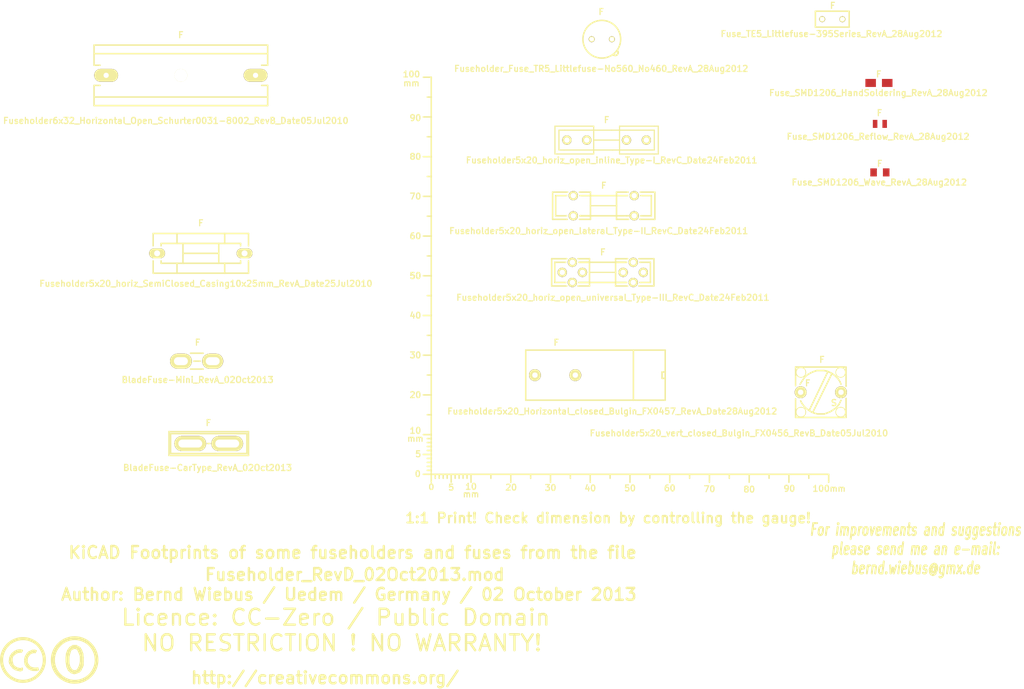
<source format=kicad_pcb>
(kicad_pcb (version 3) (host pcbnew "(2013-03-30 BZR 4007)-stable")

  (general
    (links 0)
    (no_connects 0)
    (area -7.90696 22.0599 281.542603 197.1694)
    (thickness 1.6002)
    (drawings 7)
    (tracks 0)
    (zones 0)
    (modules 17)
    (nets 1)
  )

  (page A4)
  (layers
    (15 Vorderseite signal)
    (0 Rückseite signal)
    (16 B.Adhes user)
    (17 F.Adhes user)
    (18 B.Paste user)
    (19 F.Paste user)
    (20 B.SilkS user)
    (21 F.SilkS user)
    (22 B.Mask user)
    (23 F.Mask user)
    (24 Dwgs.User user)
    (25 Cmts.User user)
    (26 Eco1.User user)
    (27 Eco2.User user)
    (28 Edge.Cuts user)
  )

  (setup
    (last_trace_width 0.2032)
    (trace_clearance 0.254)
    (zone_clearance 0.508)
    (zone_45_only no)
    (trace_min 0.2032)
    (segment_width 0.381)
    (edge_width 0.381)
    (via_size 0.889)
    (via_drill 0.635)
    (via_min_size 0.889)
    (via_min_drill 0.508)
    (uvia_size 0.508)
    (uvia_drill 0.127)
    (uvias_allowed no)
    (uvia_min_size 0.508)
    (uvia_min_drill 0.127)
    (pcb_text_width 0.3048)
    (pcb_text_size 1.524 2.032)
    (mod_edge_width 0.381)
    (mod_text_size 1.524 1.524)
    (mod_text_width 0.3048)
    (pad_size 8 3.8)
    (pad_drill 6)
    (pad_to_mask_clearance 0.254)
    (aux_axis_origin 0 0)
    (visible_elements 7FFFFFFF)
    (pcbplotparams
      (layerselection 3178497)
      (usegerberextensions true)
      (excludeedgelayer true)
      (linewidth 60)
      (plotframeref false)
      (viasonmask false)
      (mode 1)
      (useauxorigin false)
      (hpglpennumber 1)
      (hpglpenspeed 20)
      (hpglpendiameter 15)
      (hpglpenoverlay 0)
      (psnegative false)
      (psa4output false)
      (plotreference true)
      (plotvalue true)
      (plotothertext true)
      (plotinvisibletext false)
      (padsonsilk false)
      (subtractmaskfromsilk false)
      (outputformat 1)
      (mirror false)
      (drillshape 1)
      (scaleselection 1)
      (outputdirectory ""))
  )

  (net 0 "")

  (net_class Default "Dies ist die voreingestellte Netzklasse."
    (clearance 0.254)
    (trace_width 0.2032)
    (via_dia 0.889)
    (via_drill 0.635)
    (uvia_dia 0.508)
    (uvia_drill 0.127)
    (add_net "")
  )

  (module Gauge_100mm_Type2_SilkScreenTop_RevA_Date22Jun2010 (layer Vorderseite) (tedit 4D963937) (tstamp 4D88F07A)
    (at 132.75056 141.2494)
    (descr "Gauge, Massstab, 100mm, SilkScreenTop, Type 2,")
    (tags "Gauge, Massstab, 100mm, SilkScreenTop, Type 2,")
    (path Gauge_100mm_Type2_SilkScreenTop_RevA_Date22Jun2010)
    (fp_text reference MSC (at 4.0005 8.99922) (layer F.SilkS) hide
      (effects (font (size 1.524 1.524) (thickness 0.3048)))
    )
    (fp_text value Gauge_100mm_Type2_SilkScreenTop_RevA_Date22Jun2010 (at 45.9994 8.99922) (layer F.SilkS) hide
      (effects (font (size 1.524 1.524) (thickness 0.3048)))
    )
    (fp_text user mm (at 9.99998 5.00126) (layer F.SilkS)
      (effects (font (size 1.524 1.524) (thickness 0.3048)))
    )
    (fp_text user mm (at -4.0005 -8.99922) (layer F.SilkS)
      (effects (font (size 1.524 1.524) (thickness 0.3048)))
    )
    (fp_text user mm (at -5.00126 -98.5012) (layer F.SilkS)
      (effects (font (size 1.524 1.524) (thickness 0.3048)))
    )
    (fp_text user 10 (at 10.00506 3.0988) (layer F.SilkS)
      (effects (font (size 1.50114 1.50114) (thickness 0.29972)))
    )
    (fp_text user 0 (at 0.00508 3.19786) (layer F.SilkS)
      (effects (font (size 1.39954 1.50114) (thickness 0.29972)))
    )
    (fp_text user 5 (at 5.0038 3.29946) (layer F.SilkS)
      (effects (font (size 1.50114 1.50114) (thickness 0.29972)))
    )
    (fp_text user 20 (at 20.1041 3.29946) (layer F.SilkS)
      (effects (font (size 1.50114 1.50114) (thickness 0.29972)))
    )
    (fp_text user 30 (at 30.00502 3.39852) (layer F.SilkS)
      (effects (font (size 1.50114 1.50114) (thickness 0.29972)))
    )
    (fp_text user 40 (at 40.005 3.50012) (layer F.SilkS)
      (effects (font (size 1.50114 1.50114) (thickness 0.29972)))
    )
    (fp_text user 50 (at 50.00498 3.50012) (layer F.SilkS)
      (effects (font (size 1.50114 1.50114) (thickness 0.29972)))
    )
    (fp_text user 60 (at 60.00496 3.50012) (layer F.SilkS)
      (effects (font (size 1.50114 1.50114) (thickness 0.29972)))
    )
    (fp_text user 70 (at 70.00494 3.70078) (layer F.SilkS)
      (effects (font (size 1.50114 1.50114) (thickness 0.29972)))
    )
    (fp_text user 80 (at 80.00492 3.79984) (layer F.SilkS)
      (effects (font (size 1.50114 1.50114) (thickness 0.29972)))
    )
    (fp_text user 90 (at 90.1065 3.60172) (layer F.SilkS)
      (effects (font (size 1.50114 1.50114) (thickness 0.29972)))
    )
    (fp_text user 100mm (at 100.10648 3.60172) (layer F.SilkS)
      (effects (font (size 1.50114 1.50114) (thickness 0.29972)))
    )
    (fp_line (start 0 -8.99922) (end -1.00076 -8.99922) (layer F.SilkS) (width 0.381))
    (fp_line (start 0 -8.001) (end -1.00076 -8.001) (layer F.SilkS) (width 0.381))
    (fp_line (start 0 -7.00024) (end -1.00076 -7.00024) (layer F.SilkS) (width 0.381))
    (fp_line (start 0 -5.99948) (end -1.00076 -5.99948) (layer F.SilkS) (width 0.381))
    (fp_line (start 0 -4.0005) (end -1.00076 -4.0005) (layer F.SilkS) (width 0.381))
    (fp_line (start 0 -2.99974) (end -1.00076 -2.99974) (layer F.SilkS) (width 0.381))
    (fp_line (start 0 -1.99898) (end -1.00076 -1.99898) (layer F.SilkS) (width 0.381))
    (fp_line (start 0 -1.00076) (end -1.00076 -1.00076) (layer F.SilkS) (width 0.381))
    (fp_line (start 0 0) (end -1.99898 0) (layer F.SilkS) (width 0.381))
    (fp_line (start 0 -5.00126) (end -1.99898 -5.00126) (layer F.SilkS) (width 0.381))
    (fp_line (start 0 -9.99998) (end -1.99898 -9.99998) (layer F.SilkS) (width 0.381))
    (fp_line (start 0 -15.00124) (end -1.00076 -15.00124) (layer F.SilkS) (width 0.381))
    (fp_line (start 0 -19.99996) (end -1.99898 -19.99996) (layer F.SilkS) (width 0.381))
    (fp_line (start 0 -25.00122) (end -1.00076 -25.00122) (layer F.SilkS) (width 0.381))
    (fp_line (start 0 -29.99994) (end -1.99898 -29.99994) (layer F.SilkS) (width 0.381))
    (fp_line (start 0 -35.0012) (end -1.00076 -35.0012) (layer F.SilkS) (width 0.381))
    (fp_line (start 0 -39.99992) (end -1.99898 -39.99992) (layer F.SilkS) (width 0.381))
    (fp_line (start 0 -45.00118) (end -1.00076 -45.00118) (layer F.SilkS) (width 0.381))
    (fp_line (start 0 -49.9999) (end -1.99898 -49.9999) (layer F.SilkS) (width 0.381))
    (fp_line (start 0 -55.00116) (end -1.00076 -55.00116) (layer F.SilkS) (width 0.381))
    (fp_line (start 0 -59.99988) (end -1.99898 -59.99988) (layer F.SilkS) (width 0.381))
    (fp_line (start 0 -65.00114) (end -1.00076 -65.00114) (layer F.SilkS) (width 0.381))
    (fp_line (start 0 -69.99986) (end -1.99898 -69.99986) (layer F.SilkS) (width 0.381))
    (fp_line (start 0 -75.00112) (end -1.00076 -75.00112) (layer F.SilkS) (width 0.381))
    (fp_line (start 0 -79.99984) (end -1.99898 -79.99984) (layer F.SilkS) (width 0.381))
    (fp_line (start 0 -85.0011) (end -1.00076 -85.0011) (layer F.SilkS) (width 0.381))
    (fp_line (start 0 -89.99982) (end -1.99898 -89.99982) (layer F.SilkS) (width 0.381))
    (fp_line (start 0 -95.00108) (end -1.00076 -95.00108) (layer F.SilkS) (width 0.381))
    (fp_line (start 0 0) (end 0 -99.9998) (layer F.SilkS) (width 0.381))
    (fp_line (start 0 -99.9998) (end -1.99898 -99.9998) (layer F.SilkS) (width 0.381))
    (fp_text user 100 (at -4.99872 -100.7491) (layer F.SilkS)
      (effects (font (size 1.50114 1.50114) (thickness 0.29972)))
    )
    (fp_text user 90 (at -4.0005 -89.7509) (layer F.SilkS)
      (effects (font (size 1.50114 1.50114) (thickness 0.29972)))
    )
    (fp_text user 80 (at -4.0005 -79.99984) (layer F.SilkS)
      (effects (font (size 1.50114 1.50114) (thickness 0.29972)))
    )
    (fp_text user 70 (at -4.0005 -69.99986) (layer F.SilkS)
      (effects (font (size 1.50114 1.50114) (thickness 0.29972)))
    )
    (fp_text user 60 (at -4.0005 -59.99988) (layer F.SilkS)
      (effects (font (size 1.50114 1.50114) (thickness 0.29972)))
    )
    (fp_text user 50 (at -4.0005 -49.9999) (layer F.SilkS)
      (effects (font (size 1.50114 1.50114) (thickness 0.34036)))
    )
    (fp_text user 40 (at -4.0005 -39.99992) (layer F.SilkS)
      (effects (font (size 1.50114 1.50114) (thickness 0.29972)))
    )
    (fp_text user 30 (at -4.0005 -29.99994) (layer F.SilkS)
      (effects (font (size 1.50114 1.50114) (thickness 0.29972)))
    )
    (fp_text user 20 (at -4.0005 -19.99996) (layer F.SilkS)
      (effects (font (size 1.50114 1.50114) (thickness 0.29972)))
    )
    (fp_line (start 95.00108 0) (end 95.00108 1.00076) (layer F.SilkS) (width 0.381))
    (fp_line (start 89.99982 0) (end 89.99982 1.99898) (layer F.SilkS) (width 0.381))
    (fp_line (start 85.0011 0) (end 85.0011 1.00076) (layer F.SilkS) (width 0.381))
    (fp_line (start 79.99984 0) (end 79.99984 1.99898) (layer F.SilkS) (width 0.381))
    (fp_line (start 75.00112 0) (end 75.00112 1.00076) (layer F.SilkS) (width 0.381))
    (fp_line (start 69.99986 0) (end 69.99986 1.99898) (layer F.SilkS) (width 0.381))
    (fp_line (start 65.00114 0) (end 65.00114 1.00076) (layer F.SilkS) (width 0.381))
    (fp_line (start 59.99988 0) (end 59.99988 1.99898) (layer F.SilkS) (width 0.381))
    (fp_line (start 55.00116 0) (end 55.00116 1.00076) (layer F.SilkS) (width 0.381))
    (fp_line (start 49.9999 0) (end 49.9999 1.99898) (layer F.SilkS) (width 0.381))
    (fp_line (start 45.00118 0) (end 45.00118 1.00076) (layer F.SilkS) (width 0.381))
    (fp_line (start 39.99992 0) (end 39.99992 1.99898) (layer F.SilkS) (width 0.381))
    (fp_line (start 35.0012 0) (end 35.0012 1.00076) (layer F.SilkS) (width 0.381))
    (fp_line (start 29.99994 0) (end 29.99994 1.99898) (layer F.SilkS) (width 0.381))
    (fp_line (start 25.00122 0) (end 25.00122 1.00076) (layer F.SilkS) (width 0.381))
    (fp_line (start 19.99996 0) (end 19.99996 1.99898) (layer F.SilkS) (width 0.381))
    (fp_line (start 15.00124 0) (end 15.00124 1.00076) (layer F.SilkS) (width 0.381))
    (fp_line (start 9.99998 0) (end 99.9998 0) (layer F.SilkS) (width 0.381))
    (fp_line (start 99.9998 0) (end 99.9998 1.99898) (layer F.SilkS) (width 0.381))
    (fp_text user 5 (at -3.302 -5.10286) (layer F.SilkS)
      (effects (font (size 1.50114 1.50114) (thickness 0.29972)))
    )
    (fp_text user 0 (at -3.4036 -0.10414) (layer F.SilkS)
      (effects (font (size 1.50114 1.50114) (thickness 0.29972)))
    )
    (fp_text user 10 (at -4.0005 -11.00074) (layer F.SilkS)
      (effects (font (size 1.50114 1.50114) (thickness 0.29972)))
    )
    (fp_line (start 8.99922 0) (end 8.99922 1.00076) (layer F.SilkS) (width 0.381))
    (fp_line (start 8.001 0) (end 8.001 1.00076) (layer F.SilkS) (width 0.381))
    (fp_line (start 7.00024 0) (end 7.00024 1.00076) (layer F.SilkS) (width 0.381))
    (fp_line (start 5.99948 0) (end 5.99948 1.00076) (layer F.SilkS) (width 0.381))
    (fp_line (start 4.0005 0) (end 4.0005 1.00076) (layer F.SilkS) (width 0.381))
    (fp_line (start 2.99974 0) (end 2.99974 1.00076) (layer F.SilkS) (width 0.381))
    (fp_line (start 1.99898 0) (end 1.99898 1.00076) (layer F.SilkS) (width 0.381))
    (fp_line (start 1.00076 0) (end 1.00076 1.00076) (layer F.SilkS) (width 0.381))
    (fp_line (start 5.00126 0) (end 5.00126 1.99898) (layer F.SilkS) (width 0.381))
    (fp_line (start 0 0) (end 0 1.99898) (layer F.SilkS) (width 0.381))
    (fp_line (start 0 0) (end 9.99998 0) (layer F.SilkS) (width 0.381))
    (fp_line (start 9.99998 0) (end 9.99998 1.99898) (layer F.SilkS) (width 0.381))
  )

  (module Fuseholder5x20_horiz_open_inline_Type-I_RevC_Date24Feb2011 (layer Vorderseite) (tedit 503CE757) (tstamp 503CE748)
    (at 176.8729 57.07888)
    (descr "Fuseholder, 5x20, open, horizontal, Type-I, Inline,")
    (tags "Fuseholder, 5x20, open, horizontal, Type-I, Inline, Sicherungshalter, offen,")
    (path Fuseholder5x20_horiz_open_inline_Type-I_RevC_Date24Feb2011)
    (fp_text reference F (at 0 -5.08) (layer F.SilkS)
      (effects (font (size 1.524 1.524) (thickness 0.3048)))
    )
    (fp_text value Fuseholder5x20_horiz_open_inline_Type-I_RevC_Date24Feb2011 (at 1.27 5.08) (layer F.SilkS)
      (effects (font (size 1.524 1.524) (thickness 0.3048)))
    )
    (fp_line (start 3.2512 0) (end -3.2512 0) (layer F.SilkS) (width 0.3048))
    (fp_line (start 3.2512 -3.50012) (end 3.2512 3.50012) (layer F.SilkS) (width 0.3048))
    (fp_line (start 11.99896 3.50012) (end 3.2512 3.50012) (layer F.SilkS) (width 0.3048))
    (fp_line (start 11.99896 -3.50012) (end 3.2512 -3.50012) (layer F.SilkS) (width 0.3048))
    (fp_line (start -10.74928 2.49936) (end -11.99896 2.49936) (layer F.SilkS) (width 0.3048))
    (fp_line (start -10.50036 -2.49936) (end -11.99896 -2.49936) (layer F.SilkS) (width 0.3048))
    (fp_line (start 1.50114 2.49936) (end -10.74928 2.49936) (layer F.SilkS) (width 0.3048))
    (fp_line (start 1.24968 -2.49936) (end -10.50036 -2.49936) (layer F.SilkS) (width 0.3048))
    (fp_line (start 11.99896 2.49936) (end 1.50114 2.49936) (layer F.SilkS) (width 0.3048))
    (fp_line (start 11.99896 -2.49936) (end 1.24968 -2.49936) (layer F.SilkS) (width 0.3048))
    (fp_line (start 11.99896 -2.49936) (end 11.99896 2.49936) (layer F.SilkS) (width 0.3048))
    (fp_line (start 12.99972 -3.50012) (end 11.99896 -3.50012) (layer F.SilkS) (width 0.3048))
    (fp_line (start 12.99972 -3.50012) (end 12.99972 3.50012) (layer F.SilkS) (width 0.3048))
    (fp_line (start 12.99972 3.50012) (end 11.99896 3.50012) (layer F.SilkS) (width 0.3048))
    (fp_line (start -11.99896 -2.49936) (end -11.99896 2.49936) (layer F.SilkS) (width 0.3048))
    (fp_line (start -3.2512 -3.50012) (end -12.99972 -3.50012) (layer F.SilkS) (width 0.3048))
    (fp_line (start -12.99972 -3.50012) (end -12.99972 3.50012) (layer F.SilkS) (width 0.3048))
    (fp_line (start -3.2512 3.50012) (end -12.99972 3.50012) (layer F.SilkS) (width 0.3048))
    (fp_line (start -3.2512 -3.50012) (end -3.2512 3.50012) (layer F.SilkS) (width 0.3048))
    (pad 2 thru_hole circle (at 5.00126 0) (size 2.3495 2.3495) (drill 1.34874)
      (layers *.Cu *.Mask F.SilkS)
    )
    (pad 2 thru_hole circle (at 9.99998 0) (size 2.3495 2.3495) (drill 1.34874)
      (layers *.Cu *.Mask F.SilkS)
    )
    (pad 1 thru_hole circle (at -5.00126 0) (size 2.3495 2.3495) (drill 1.34874)
      (layers *.Cu *.Mask F.SilkS)
    )
    (pad 1 thru_hole circle (at -9.99998 0) (size 2.3495 2.3495) (drill 1.34874)
      (layers *.Cu *.Mask F.SilkS)
    )
  )

  (module Fuseholder5x20_horiz_open_lateral_Type-II_RevC_Date24Feb2011 (layer Vorderseite) (tedit 503CE771) (tstamp 503CE763)
    (at 176.15154 73.6092)
    (descr "Fuseholder, 5x20, open, horizontal, Type-II, lateral,")
    (tags "Fuseholder, 5x20, open, horizontal, Type-II, lateral, Sicherungshalter, offen,")
    (path Fuseholder5x20_horiz_open_lateral_Type-II_RevC_Date24Feb2011)
    (fp_text reference F (at 0 -5.08) (layer F.SilkS)
      (effects (font (size 1.524 1.524) (thickness 0.3048)))
    )
    (fp_text value Fuseholder5x20_horiz_open_lateral_Type-II_RevC_Date24Feb2011 (at -1.27 6.35) (layer F.SilkS)
      (effects (font (size 1.524 1.524) (thickness 0.3048)))
    )
    (fp_line (start 3.2512 0) (end -3.2512 0) (layer F.SilkS) (width 0.3048))
    (fp_line (start 12.86764 3.429) (end 9.05764 3.429) (layer F.SilkS) (width 0.381))
    (fp_line (start 3.21564 3.429) (end 6.26364 3.429) (layer F.SilkS) (width 0.381))
    (fp_line (start 5.715 2.54) (end 8.382 2.54) (layer F.SilkS) (width 0.381))
    (fp_line (start 11.97864 2.54) (end 9.31164 2.54) (layer F.SilkS) (width 0.381))
    (fp_line (start 3.21564 -2.54) (end 6.00964 -2.54) (layer F.SilkS) (width 0.381))
    (fp_line (start 11.9761 -2.54) (end 9.3091 -2.54) (layer F.SilkS) (width 0.381))
    (fp_line (start 12.86764 -3.429) (end 9.18464 -3.429) (layer F.SilkS) (width 0.381))
    (fp_line (start 3.21564 -3.429) (end 6.13664 -3.429) (layer F.SilkS) (width 0.381))
    (fp_line (start -12.86764 3.429) (end -9.18464 3.429) (layer F.SilkS) (width 0.381))
    (fp_line (start -3.34264 3.429) (end -6.13664 3.429) (layer F.SilkS) (width 0.381))
    (fp_line (start -5.88264 2.54) (end -6.00964 2.54) (layer F.SilkS) (width 0.381))
    (fp_line (start -5.88264 2.54) (end -3.34264 2.54) (layer F.SilkS) (width 0.381))
    (fp_line (start -12.10564 2.54) (end -9.31164 2.54) (layer F.SilkS) (width 0.381))
    (fp_line (start -12.86764 -3.429) (end -9.05764 -3.429) (layer F.SilkS) (width 0.381))
    (fp_line (start -3.34264 -3.429) (end -6.13664 -3.429) (layer F.SilkS) (width 0.381))
    (fp_line (start -3.34264 -2.54) (end -6.00964 -2.54) (layer F.SilkS) (width 0.381))
    (fp_line (start -12.10564 -2.54) (end -9.31164 -2.54) (layer F.SilkS) (width 0.381))
    (fp_line (start 12.86764 -3.429) (end 12.86764 3.429) (layer F.SilkS) (width 0.381))
    (fp_line (start 3.21564 3.429) (end 3.21564 2.54) (layer F.SilkS) (width 0.381))
    (fp_line (start 3.21564 -3.429) (end 3.21564 -2.54) (layer F.SilkS) (width 0.381))
    (fp_line (start -12.86764 -3.429) (end -12.86764 3.429) (layer F.SilkS) (width 0.381))
    (fp_line (start -3.34264 3.429) (end -3.34264 2.54) (layer F.SilkS) (width 0.381))
    (fp_line (start -3.34264 -3.429) (end -3.34264 -2.413) (layer F.SilkS) (width 0.381))
    (fp_line (start 5.715 2.54) (end -5.969 2.54) (layer F.SilkS) (width 0.381))
    (fp_line (start -5.842 -2.54) (end 5.715 -2.54) (layer F.SilkS) (width 0.381))
    (fp_line (start -3.34264 0) (end -3.34264 -2.54) (layer F.SilkS) (width 0.381))
    (fp_line (start -12.1031 -2.54) (end -12.1031 2.54) (layer F.SilkS) (width 0.381))
    (fp_line (start -3.34264 2.54) (end -3.34264 0) (layer F.SilkS) (width 0.381))
    (fp_line (start 3.21564 0) (end 3.21564 -2.54) (layer F.SilkS) (width 0.381))
    (fp_line (start 11.9761 -2.54) (end 11.9761 2.54) (layer F.SilkS) (width 0.381))
    (fp_line (start 3.21564 2.54) (end 3.21564 0) (layer F.SilkS) (width 0.381))
    (pad 2 thru_hole circle (at 7.66064 -2.54) (size 2.3495 2.3495) (drill 1.34874)
      (layers *.Cu *.Mask F.SilkS)
    )
    (pad 2 thru_hole circle (at 7.66064 2.54) (size 2.3495 2.3495) (drill 1.34874)
      (layers *.Cu *.Mask F.SilkS)
    )
    (pad 1 thru_hole circle (at -7.66064 -2.54) (size 2.3495 2.3495) (drill 1.34874)
      (layers *.Cu *.Mask F.SilkS)
    )
    (pad 1 thru_hole circle (at -7.66064 2.54) (size 2.3495 2.3495) (drill 1.34874)
      (layers *.Cu *.Mask F.SilkS)
    )
  )

  (module Fuseholder5x20_horiz_open_universal_Type-III_RevC_Date24Feb2011 (layer Vorderseite) (tedit 503CE788) (tstamp 503CE77B)
    (at 175.91278 90.38844)
    (descr "Fuseholder, 5x20, open, horizontal, Type-III, universal, inline, lateral,")
    (tags "Fuseholder, 5x20, open, horizontal, Type-III, universal, inline, lateral, Sicherungshalter, offen,")
    (path Fuseholder5x20_horiz_open_universal_Type-III_RevC_Date24Feb2011)
    (fp_text reference F (at 0 -5.08) (layer F.SilkS)
      (effects (font (size 1.524 1.524) (thickness 0.3048)))
    )
    (fp_text value Fuseholder5x20_horiz_open_universal_Type-III_RevC_Date24Feb2011 (at 2.54 6.35) (layer F.SilkS)
      (effects (font (size 1.524 1.524) (thickness 0.3048)))
    )
    (fp_line (start -3.2512 0) (end 3.2512 0) (layer F.SilkS) (width 0.3048))
    (fp_line (start -3.3401 3.429) (end -6.2611 3.429) (layer F.SilkS) (width 0.381))
    (fp_line (start -12.8651 3.429) (end -9.0551 3.429) (layer F.SilkS) (width 0.381))
    (fp_line (start -12.1031 2.54) (end -9.3091 2.54) (layer F.SilkS) (width 0.381))
    (fp_line (start -3.3401 2.54) (end -6.0071 2.54) (layer F.SilkS) (width 0.381))
    (fp_line (start -12.8651 -3.429) (end -9.0551 -3.429) (layer F.SilkS) (width 0.381))
    (fp_line (start -12.1031 -2.54) (end -9.3091 -2.54) (layer F.SilkS) (width 0.381))
    (fp_line (start -3.3401 -3.429) (end -6.2611 -3.429) (layer F.SilkS) (width 0.381))
    (fp_line (start -3.3401 -2.54) (end -6.0071 -2.54) (layer F.SilkS) (width 0.381))
    (fp_line (start 3.21564 -3.429) (end 6.26364 -3.429) (layer F.SilkS) (width 0.381))
    (fp_line (start 3.21564 -2.54) (end 6.00964 -2.54) (layer F.SilkS) (width 0.381))
    (fp_line (start 3.21564 2.54) (end 6.00964 2.54) (layer F.SilkS) (width 0.381))
    (fp_line (start 3.21564 3.429) (end 6.26364 3.429) (layer F.SilkS) (width 0.381))
    (fp_line (start 12.86764 3.429) (end 9.05764 3.429) (layer F.SilkS) (width 0.381))
    (fp_line (start 11.97864 2.54) (end 9.31164 2.54) (layer F.SilkS) (width 0.381))
    (fp_line (start 12.86764 -3.429) (end 9.05764 -3.429) (layer F.SilkS) (width 0.381))
    (fp_line (start 11.97864 -2.54) (end 9.31164 -2.54) (layer F.SilkS) (width 0.381))
    (fp_line (start 12.86764 -3.429) (end 12.86764 3.429) (layer F.SilkS) (width 0.381))
    (fp_line (start 3.21564 3.429) (end 3.21564 2.54) (layer F.SilkS) (width 0.381))
    (fp_line (start 3.21564 -3.429) (end 3.21564 -2.54) (layer F.SilkS) (width 0.381))
    (fp_line (start -12.86764 -3.429) (end -12.86764 3.429) (layer F.SilkS) (width 0.381))
    (fp_line (start -3.34264 3.429) (end -3.34264 2.54) (layer F.SilkS) (width 0.381))
    (fp_line (start -3.34264 -3.429) (end -3.34264 -2.413) (layer F.SilkS) (width 0.381))
    (fp_line (start 5.715 2.54) (end -5.969 2.54) (layer F.SilkS) (width 0.381))
    (fp_line (start -5.842 -2.54) (end 5.715 -2.54) (layer F.SilkS) (width 0.381))
    (fp_line (start -3.34264 0) (end -3.34264 -2.54) (layer F.SilkS) (width 0.381))
    (fp_line (start -12.10564 -2.54) (end -12.10564 2.54) (layer F.SilkS) (width 0.381))
    (fp_line (start -3.34264 2.54) (end -3.34264 0) (layer F.SilkS) (width 0.381))
    (fp_line (start 3.21564 0) (end 3.21564 -2.54) (layer F.SilkS) (width 0.381))
    (fp_line (start 11.9761 -2.54) (end 11.9761 2.54) (layer F.SilkS) (width 0.381))
    (fp_line (start 3.21564 2.54) (end 3.21564 0) (layer F.SilkS) (width 0.381))
    (pad 2 thru_hole circle (at 5.12064 0) (size 2.3495 2.3495) (drill 1.34874)
      (layers *.Cu *.Mask F.SilkS)
    )
    (pad 2 thru_hole circle (at 10.20064 0) (size 2.3495 2.3495) (drill 1.34874)
      (layers *.Cu *.Mask F.SilkS)
    )
    (pad 1 thru_hole circle (at -5.1181 0) (size 2.3495 2.3495) (drill 1.34874)
      (layers *.Cu *.Mask F.SilkS)
    )
    (pad 1 thru_hole circle (at -10.1981 0) (size 2.3495 2.3495) (drill 1.34874)
      (layers *.Cu *.Mask F.SilkS)
    )
    (pad 2 thru_hole circle (at 7.66064 -2.54) (size 2.3495 2.3495) (drill 1.34874)
      (layers *.Cu *.Mask F.SilkS)
    )
    (pad 2 thru_hole circle (at 7.66064 2.54) (size 2.3495 2.3495) (drill 1.34874)
      (layers *.Cu *.Mask F.SilkS)
    )
    (pad 1 thru_hole circle (at -7.6581 -2.54) (size 2.3495 2.3495) (drill 1.34874)
      (layers *.Cu *.Mask F.SilkS)
    )
    (pad 1 thru_hole circle (at -7.6581 2.54) (size 2.3495 2.3495) (drill 1.34874)
      (layers *.Cu *.Mask F.SilkS)
    )
  )

  (module Fuseholder5x20_Horizontal_closed_Bulgin_FX0457_RevA_Date28Aug2012 (layer Vorderseite) (tedit 503CE7DA) (tstamp 503CE791)
    (at 163.91382 116.27104)
    (descr "Fuseholder, 5x20, closed, horizontal, Bulgin, FX0457, Sicherungshalter,")
    (tags "Fuseholder, 5x20, closed, horizontal, Bulgin, FX0457, Sicherungshalter,")
    (path Fuseholder5x20_Horizontal_closed_Bulgin_FX0457_RevA_Date28Aug2012)
    (fp_text reference F (at 0.2794 -8.2042) (layer F.SilkS)
      (effects (font (size 1.524 1.524) (thickness 0.3048)))
    )
    (fp_text value Fuseholder5x20_Horizontal_closed_Bulgin_FX0457_RevA_Date28Aug2012 (at 14.37894 9.11098) (layer F.SilkS)
      (effects (font (size 1.524 1.524) (thickness 0.3048)))
    )
    (fp_line (start 27.70124 -0.8001) (end 26.90114 -0.8001) (layer F.SilkS) (width 0.381))
    (fp_line (start 26.90114 -0.8001) (end 26.90114 0.8001) (layer F.SilkS) (width 0.381))
    (fp_line (start 26.90114 0.8001) (end 27.70124 0.8001) (layer F.SilkS) (width 0.381))
    (fp_line (start 19.70024 6.2992) (end 19.70024 -6.2992) (layer F.SilkS) (width 0.381))
    (fp_line (start 27.70124 -6.2992) (end -7.39902 -6.2992) (layer F.SilkS) (width 0.381))
    (fp_line (start 27.70124 6.2992) (end 27.70124 -6.2992) (layer F.SilkS) (width 0.381))
    (fp_line (start -7.39902 6.2992) (end 27.70124 6.2992) (layer F.SilkS) (width 0.381))
    (fp_line (start -7.39902 6.2992) (end -7.39902 -6.2992) (layer F.SilkS) (width 0.381))
    (pad 2 thru_hole circle (at 5.08 0) (size 2.99974 2.99974) (drill 1.34874)
      (layers *.Cu *.Mask F.SilkS)
    )
    (pad 1 thru_hole circle (at -5.08 0) (size 2.99974 2.99974) (drill 1.34874)
      (layers *.Cu *.Mask F.SilkS)
    )
  )

  (module Fuseholder5x20_vert_closed_Bulgin_FX0456_RevB_Date05Jul2010 (layer Vorderseite) (tedit 503CE7E6) (tstamp 503CE7B6)
    (at 230.77424 120.58142)
    (descr "Fuseholder, 5x20, closed, vertical, Bulgin, FX0456")
    (tags "Fuseholder, 5x20, closed, vertical, Bulgin, FX0456, Sicherungshalter,")
    (path Fuseholder5x20_vert_closed_Bulgin_FX0456_RevB_Date05Jul2010)
    (fp_text reference F (at 0.2794 -8.2042) (layer F.SilkS)
      (effects (font (size 1.524 1.524) (thickness 0.3048)))
    )
    (fp_text value Fuseholder5x20_vert_closed_Bulgin_FX0456_RevB_Date05Jul2010 (at -20.60956 10.30986) (layer F.SilkS)
      (effects (font (size 1.524 1.524) (thickness 0.3048)))
    )
    (fp_text user S (at 3.302 2.667) (layer F.SilkS)
      (effects (font (size 1.524 1.524) (thickness 0.3048)))
    )
    (fp_text user F (at -3.302 -2.286) (layer F.SilkS)
      (effects (font (size 1.524 1.524) (thickness 0.3048)))
    )
    (fp_line (start 2.794 -4.699) (end -2.032 5.08) (layer F.SilkS) (width 0.381))
    (fp_line (start 1.778 -5.207) (end -2.921 4.572) (layer F.SilkS) (width 0.381))
    (fp_line (start 5.08 -2.032) (end 4.826 -2.667) (layer F.SilkS) (width 0.381))
    (fp_line (start 4.826 -2.667) (end 4.318 -3.429) (layer F.SilkS) (width 0.381))
    (fp_line (start 4.318 -3.429) (end 3.556 -4.191) (layer F.SilkS) (width 0.381))
    (fp_line (start 3.556 -4.191) (end 2.667 -4.826) (layer F.SilkS) (width 0.381))
    (fp_line (start 2.667 -4.826) (end 1.524 -5.334) (layer F.SilkS) (width 0.381))
    (fp_line (start 1.524 -5.334) (end 0.762 -5.461) (layer F.SilkS) (width 0.381))
    (fp_line (start 0.762 -5.461) (end -1.016 -5.461) (layer F.SilkS) (width 0.381))
    (fp_line (start -1.016 -5.461) (end -1.778 -5.207) (layer F.SilkS) (width 0.381))
    (fp_line (start -1.778 -5.207) (end -2.413 -4.953) (layer F.SilkS) (width 0.381))
    (fp_line (start -2.413 -4.953) (end -3.302 -4.445) (layer F.SilkS) (width 0.381))
    (fp_line (start -3.302 -4.445) (end -4.064 -3.81) (layer F.SilkS) (width 0.381))
    (fp_line (start -4.064 -3.81) (end -4.572 -3.048) (layer F.SilkS) (width 0.381))
    (fp_line (start -4.572 -3.048) (end -5.207 -2.032) (layer F.SilkS) (width 0.381))
    (fp_line (start -5.08 2.159) (end -4.826 2.667) (layer F.SilkS) (width 0.381))
    (fp_line (start -4.826 2.667) (end -4.572 3.048) (layer F.SilkS) (width 0.381))
    (fp_line (start -4.572 3.048) (end -4.191 3.556) (layer F.SilkS) (width 0.381))
    (fp_line (start -4.191 3.556) (end -3.683 4.064) (layer F.SilkS) (width 0.381))
    (fp_line (start -3.683 4.064) (end -2.794 4.699) (layer F.SilkS) (width 0.381))
    (fp_line (start -2.794 4.699) (end -2.159 5.08) (layer F.SilkS) (width 0.381))
    (fp_line (start -2.159 5.08) (end -1.397 5.334) (layer F.SilkS) (width 0.381))
    (fp_line (start -1.397 5.334) (end -0.762 5.461) (layer F.SilkS) (width 0.381))
    (fp_line (start -0.762 5.461) (end -0.127 5.461) (layer F.SilkS) (width 0.381))
    (fp_line (start -0.127 5.461) (end 0.381 5.461) (layer F.SilkS) (width 0.381))
    (fp_line (start 0.381 5.461) (end 0.889 5.461) (layer F.SilkS) (width 0.381))
    (fp_line (start 0.889 5.461) (end 1.27 5.334) (layer F.SilkS) (width 0.381))
    (fp_line (start 1.27 5.334) (end 2.286 4.953) (layer F.SilkS) (width 0.381))
    (fp_line (start 2.286 4.953) (end 2.921 4.572) (layer F.SilkS) (width 0.381))
    (fp_line (start 2.921 4.572) (end 3.81 3.937) (layer F.SilkS) (width 0.381))
    (fp_line (start 3.81 3.937) (end 4.572 3.048) (layer F.SilkS) (width 0.381))
    (fp_line (start 4.572 3.048) (end 5.08 2.032) (layer F.SilkS) (width 0.381))
    (fp_line (start -6.35 -6.35) (end -6.35 -1.651) (layer F.SilkS) (width 0.381))
    (fp_line (start -6.35 6.35) (end -6.35 1.651) (layer F.SilkS) (width 0.381))
    (fp_line (start 6.35 6.35) (end 6.35 1.524) (layer F.SilkS) (width 0.381))
    (fp_line (start 6.35 -6.35) (end 6.35 -1.524) (layer F.SilkS) (width 0.381))
    (fp_line (start 6.35 -1.524) (end 6.35 -1.651) (layer F.SilkS) (width 0.381))
    (fp_line (start 6.35 -6.35) (end -6.35 -6.35) (layer F.SilkS) (width 0.381))
    (fp_line (start -6.35 6.35) (end 6.35 6.35) (layer F.SilkS) (width 0.381))
    (fp_circle (center -5.0038 5.0038) (end -4.4958 6.0198) (layer F.SilkS) (width 0.381))
    (fp_circle (center 5.0038 5.0038) (end 5.5626 5.9944) (layer F.SilkS) (width 0.381))
    (fp_circle (center -5.0038 -5.0038) (end -4.5974 -3.937) (layer F.SilkS) (width 0.381))
    (fp_circle (center 5.0038 -5.0038) (end 5.3848 -3.937) (layer F.SilkS) (width 0.381))
    (pad 2 thru_hole circle (at 5.08 0) (size 2.99974 2.99974) (drill 1.34874)
      (layers *.Cu *.Mask F.SilkS)
    )
    (pad 1 thru_hole circle (at -5.08 0) (size 2.99974 2.99974) (drill 1.34874)
      (layers *.Cu *.Mask F.SilkS)
    )
    (pad 3 thru_hole circle (at 5.0038 -5.0038) (size 2.19964 2.19964) (drill 2.19964)
      (layers *.Cu F.SilkS Dwgs.User)
    )
    (pad 3 thru_hole circle (at -5.0038 -5.0038) (size 2.19964 2.19964) (drill 2.19964)
      (layers *.Cu F.SilkS Dwgs.User)
    )
    (pad 3 thru_hole circle (at -5.0038 5.0038) (size 2.19964 2.19964) (drill 2.19964)
      (layers *.Cu F.SilkS Dwgs.User)
    )
    (pad 3 thru_hole circle (at 5.0038 5.0038) (size 2.19964 2.19964) (drill 2.19964)
      (layers *.Cu F.SilkS Dwgs.User)
    )
  )

  (module Fuseholder5x20_horiz_SemiClosed_Casing10x25mm_RevA_Date25Jul2010 (layer Vorderseite) (tedit 503CE808) (tstamp 503CE7FB)
    (at 74.75982 85.60054)
    (descr "Fuseholder, 5x20, Semi closed, horizontal, Casing 10x25mm,")
    (tags "Fuseholder, 5x20, Semi closed, horizontal, Casing 10x25mm, Sicherungshalter, halbgeschlossen,")
    (path Fuseholder5x20_horiz_SemiClosed_Casing10x25mm_RevA_Date25Jul2010)
    (fp_text reference F (at 0 -7.62) (layer F.SilkS)
      (effects (font (size 1.524 1.524) (thickness 0.3048)))
    )
    (fp_text value Fuseholder5x20_horiz_SemiClosed_Casing10x25mm_RevA_Date25Jul2010 (at 1.27 7.62) (layer F.SilkS)
      (effects (font (size 1.524 1.524) (thickness 0.3048)))
    )
    (fp_line (start -5.99948 -2.49936) (end -5.99948 -5.00126) (layer F.SilkS) (width 0.381))
    (fp_line (start -5.99948 5.00126) (end -5.99948 2.49936) (layer F.SilkS) (width 0.381))
    (fp_line (start 5.99948 5.00126) (end 5.99948 2.49936) (layer F.SilkS) (width 0.381))
    (fp_line (start 5.99948 -5.00126) (end 5.99948 -2.49936) (layer F.SilkS) (width 0.381))
    (fp_line (start -4.50088 0) (end 4.50088 0) (layer F.SilkS) (width 0.381))
    (fp_line (start -4.50088 -2.49936) (end -4.50088 2.49936) (layer F.SilkS) (width 0.381))
    (fp_line (start 4.50088 -2.49936) (end 4.50088 2.49936) (layer F.SilkS) (width 0.381))
    (fp_line (start 9.99998 -1.89992) (end 9.99998 -2.49936) (layer F.SilkS) (width 0.381))
    (fp_line (start -9.99998 1.89992) (end -9.99998 2.49936) (layer F.SilkS) (width 0.381))
    (fp_line (start -9.99998 2.49936) (end 9.99998 2.49936) (layer F.SilkS) (width 0.381))
    (fp_line (start 9.99998 2.49936) (end 9.99998 1.89992) (layer F.SilkS) (width 0.381))
    (fp_line (start 9.99998 -2.49936) (end -9.99998 -2.49936) (layer F.SilkS) (width 0.381))
    (fp_line (start -9.99998 -2.49936) (end -9.99998 -1.89992) (layer F.SilkS) (width 0.381))
    (fp_line (start 11.99896 -1.89992) (end 11.99896 -5.00126) (layer F.SilkS) (width 0.381))
    (fp_line (start -11.99896 1.89992) (end -11.99896 5.00126) (layer F.SilkS) (width 0.381))
    (fp_line (start -11.99896 5.00126) (end 11.99896 5.00126) (layer F.SilkS) (width 0.381))
    (fp_line (start 11.99896 5.00126) (end 11.99896 1.89992) (layer F.SilkS) (width 0.381))
    (fp_line (start 11.99896 -5.00126) (end -11.99896 -5.00126) (layer F.SilkS) (width 0.381))
    (fp_line (start -11.99896 -5.00126) (end -11.99896 -1.89992) (layer F.SilkS) (width 0.381))
    (pad 2 thru_hole oval (at 11.00074 0 270) (size 2.49936 4.0005) (drill 1.50114)
      (layers *.Cu *.Mask F.SilkS)
    )
    (pad 1 thru_hole oval (at -11.00074 0 270) (size 2.49936 4.0005) (drill 1.50114)
      (layers *.Cu *.Mask F.SilkS)
    )
  )

  (module Fuseholder6x32_Horiz_Open_Schurter0031-8002_RevB_Date05Jul2010 (layer Vorderseite) (tedit 503CE89A) (tstamp 503CE88F)
    (at 69.73062 40.77208)
    (descr "Fuseholder, horizontal, open, 6x32, Schurter, 0031.8002,")
    (tags "Fuseholder, horizontal, open, 6x32, Schurter, 0031.8002, Sicherungshalter,")
    (path Fuseholder6x32_Horiz_Open_Schurter0031-8002_RevB_Date05Jul2010)
    (fp_text reference F (at 0 -10.16) (layer F.SilkS)
      (effects (font (size 1.524 1.524) (thickness 0.3048)))
    )
    (fp_text value Fuseholder6x32_Horizontal_Open_Schurter0031-8002_RevB_Date05Jul2010 (at -1.27 11.43) (layer F.SilkS)
      (effects (font (size 1.524 1.524) (thickness 0.3048)))
    )
    (fp_line (start -21.844 2.54) (end -21.844 7.62) (layer F.SilkS) (width 0.381))
    (fp_line (start -21.844 -7.62) (end -21.844 -2.54) (layer F.SilkS) (width 0.381))
    (fp_line (start -21.844 -2.54) (end -20.32 -2.54) (layer F.SilkS) (width 0.381))
    (fp_line (start -20.32 2.54) (end -21.844 2.54) (layer F.SilkS) (width 0.381))
    (fp_line (start 21.844 2.54) (end 21.844 7.62) (layer F.SilkS) (width 0.381))
    (fp_line (start 21.844 -7.62) (end 21.844 -2.54) (layer F.SilkS) (width 0.381))
    (fp_line (start 21.844 -2.54) (end 20.32 -2.54) (layer F.SilkS) (width 0.381))
    (fp_line (start 20.32 2.54) (end 21.844 2.54) (layer F.SilkS) (width 0.381))
    (fp_line (start -21.844 -5.461) (end 21.844 -5.461) (layer F.SilkS) (width 0.381))
    (fp_line (start 21.844 5.461) (end -21.844 5.461) (layer F.SilkS) (width 0.381))
    (fp_line (start 21.844 7.62) (end -21.844 7.62) (layer F.SilkS) (width 0.381))
    (fp_line (start -21.844 -7.62) (end 21.844 -7.62) (layer F.SilkS) (width 0.381))
    (pad "" np_thru_hole circle (at 0 0) (size 3.2512 3.2512) (drill 3.2512)
      (layers *.Cu *.Mask F.SilkS)
    )
    (pad 2 thru_hole oval (at 18.796 0 90) (size 3.2512 5.99948) (drill 1.30048)
      (layers *.Cu *.Mask F.SilkS)
    )
    (pad 1 thru_hole oval (at -18.796 0 90) (size 3.2512 5.99948) (drill 1.30048)
      (layers *.Cu *.Mask F.SilkS)
    )
  )

  (module Fuseholder_Fuse_TR5_Littlefuse-No560_No460_RevA_28Aug2012 (layer Vorderseite) (tedit 503CE8C5) (tstamp 503CE8B2)
    (at 175.65878 31.67126)
    (descr "Fuse, Fuseholder, TR5, Littlefuse/Wickmann, No. 460, No560,")
    (tags "Fuse, Fuseholder, TR5, Littlefuse/Wickmann, No. 460, No560,")
    (path Fuseholder_Fuse_TR5_Littlefuse-No560_No460_RevA_28Aug2012)
    (fp_text reference F (at -0.14986 -6.89102) (layer F.SilkS)
      (effects (font (size 1.524 1.524) (thickness 0.3048)))
    )
    (fp_text value Fuseholder_Fuse_TR5_Littlefuse-No560_No460_RevA_28Aug2012 (at -0.14986 7.4295) (layer F.SilkS)
      (effects (font (size 1.524 1.524) (thickness 0.3048)))
    )
    (fp_line (start 3.85064 2.78892) (end 3.97002 2.93116) (layer F.SilkS) (width 0.381))
    (fp_line (start 3.97002 2.93116) (end 4.05892 3.09118) (layer F.SilkS) (width 0.381))
    (fp_line (start 4.05892 3.09118) (end 4.10972 3.3401) (layer F.SilkS) (width 0.381))
    (fp_line (start 4.10972 3.3401) (end 4.07924 3.59918) (layer F.SilkS) (width 0.381))
    (fp_line (start 4.07924 3.59918) (end 3.92938 3.8608) (layer F.SilkS) (width 0.381))
    (fp_line (start 3.92938 3.8608) (end 3.71094 4.03098) (layer F.SilkS) (width 0.381))
    (fp_line (start 3.71094 4.03098) (end 3.41884 4.10972) (layer F.SilkS) (width 0.381))
    (fp_line (start 3.41884 4.10972) (end 3.12928 4.06908) (layer F.SilkS) (width 0.381))
    (fp_line (start 3.12928 4.06908) (end 2.94894 3.99034) (layer F.SilkS) (width 0.381))
    (fp_line (start 2.94894 3.99034) (end 2.8194 3.84048) (layer F.SilkS) (width 0.381))
    (fp_circle (center 0 0.01016) (end 4.7498 0.01016) (layer F.SilkS) (width 0.381))
    (pad 1 thru_hole circle (at -2.54 0) (size 1.50114 1.50114) (drill 1.00076)
      (layers *.Cu *.Mask F.SilkS)
    )
    (pad 2 thru_hole circle (at 2.54 0.01016) (size 1.50114 1.50114) (drill 1.00076)
      (layers *.Cu *.Mask F.SilkS)
    )
  )

  (module Fuse_TE5_Littlefuse-395Series_RevA_28Aug2012 (layer Vorderseite) (tedit 503CE94C) (tstamp 503CE940)
    (at 233.65968 26.62936)
    (descr "Fuse, TE5, Littlefuse/Wickmann, No. 460, No560,")
    (tags "Fuse, TE5, Littlefuse/Wickmann, No. 460, No560,")
    (path Fuseholder_Fuse_TR5_Littlefuse-No560_No460_RevA_28Aug2012)
    (fp_text reference F (at 0.09906 -3.40106) (layer F.SilkS)
      (effects (font (size 1.524 1.524) (thickness 0.3048)))
    )
    (fp_text value Fuse_TE5_Littlefuse-395Series_RevA_28Aug2012 (at -0.20066 3.70078) (layer F.SilkS)
      (effects (font (size 1.524 1.524) (thickness 0.3048)))
    )
    (fp_line (start -4.24942 1.99898) (end 4.24942 1.99898) (layer F.SilkS) (width 0.381))
    (fp_line (start 4.24942 1.99898) (end 4.24942 -1.99898) (layer F.SilkS) (width 0.381))
    (fp_line (start 4.24942 -1.99898) (end -4.24942 -1.99898) (layer F.SilkS) (width 0.381))
    (fp_line (start -4.24942 -1.99898) (end -4.24942 1.99898) (layer F.SilkS) (width 0.381))
    (pad 1 thru_hole circle (at -2.54 0) (size 1.50114 1.50114) (drill 1.00076)
      (layers *.Cu *.Mask F.SilkS)
    )
    (pad 2 thru_hole circle (at 2.54 0.01016) (size 1.50114 1.50114) (drill 1.00076)
      (layers *.Cu *.Mask F.SilkS)
    )
  )

  (module Fuse_SMD1206_HandSoldering_RevA_28Aug2012 (layer Vorderseite) (tedit 503CE96A) (tstamp 503CE95C)
    (at 245.39956 42.68978)
    (descr "Fuse, Sicherung, SMD1206, Littlefuse-Wickmann 433 Series, Hand Soldering,")
    (tags "Fuse, Sicherung, SMD1206,  Littlefuse-Wickmann 433 Series, Hand Soldering,")
    (attr smd)
    (fp_text reference F (at -0.0508 -2.19964) (layer F.SilkS)
      (effects (font (size 1.524 1.524) (thickness 0.3048)))
    )
    (fp_text value Fuse_SMD1206_HandSoldering_RevA_28Aug2012 (at -0.14986 2.49936) (layer F.SilkS)
      (effects (font (size 1.524 1.524) (thickness 0.3048)))
    )
    (pad 1 smd rect (at -2.08534 0 90) (size 2.02946 2.65176)
      (layers Vorderseite F.Paste F.Mask)
    )
    (pad 2 smd rect (at 2.08534 0 90) (size 2.02946 2.65176)
      (layers Vorderseite F.Paste F.Mask)
    )
  )

  (module Fuse_SMD1206_Reflow_RevA_28Aug2012 (layer Vorderseite) (tedit 503CE984) (tstamp 503CE978)
    (at 245.64086 52.99964)
    (descr "Fuse, Sicherung, SMD1206, Littlefuse-Wickmann, Reflow,")
    (tags "Fuse, Sicherung, SMD1206,  Littlefuse-Wickmann, Reflow,")
    (attr smd)
    (fp_text reference F (at -0.09906 -2.75082) (layer F.SilkS)
      (effects (font (size 1.524 1.524) (thickness 0.3048)))
    )
    (fp_text value Fuse_SMD1206_Reflow_RevA_28Aug2012 (at -0.44958 3.2004) (layer F.SilkS)
      (effects (font (size 1.524 1.524) (thickness 0.3048)))
    )
    (pad 1 smd rect (at -1.20396 0 90) (size 2.02946 1.14046)
      (layers Vorderseite F.Paste F.Mask)
    )
    (pad 2 smd rect (at 1.20396 0 90) (size 2.02946 1.14046)
      (layers Vorderseite F.Paste F.Mask)
    )
  )

  (module Fuse_SMD1206_Wave_RevA_28Aug2012 (layer Vorderseite) (tedit 503CE99D) (tstamp 503CE98F)
    (at 245.64086 65.21958)
    (descr "Fuse, Sicherung, SMD1206, Littlefuse-Wickmann 433 Series, Wave,")
    (tags "Fuse, Sicherung, SMD1206,  Littlefuse-Wickmann 433 Series, Wave,")
    (attr smd)
    (fp_text reference F (at -0.0508 -2.19964) (layer F.SilkS)
      (effects (font (size 1.524 1.524) (thickness 0.3048)))
    )
    (fp_text value Fuse_SMD1206_Wave_RevA_28Aug2012 (at -0.14986 2.49936) (layer F.SilkS)
      (effects (font (size 1.524 1.524) (thickness 0.3048)))
    )
    (pad 1 smd rect (at -1.58496 0 90) (size 2.02946 1.651)
      (layers Vorderseite F.Paste F.Mask)
    )
    (pad 2 smd rect (at 1.58496 0 90) (size 2.02946 1.651)
      (layers Vorderseite F.Paste F.Mask)
    )
  )

  (module Symbol_CC-PublicDomain_SilkScreenTop_Big (layer Vorderseite) (tedit 515D641F) (tstamp 515F0B64)
    (at 43 188)
    (descr "Symbol, CC-PublicDomain, SilkScreen Top, Big,")
    (tags "Symbol, CC-PublicDomain, SilkScreen Top, Big,")
    (path Symbol_CC-Noncommercial_CopperTop_Big)
    (fp_text reference Sym (at 0.59944 -7.29996) (layer F.SilkS) hide
      (effects (font (size 1.524 1.524) (thickness 0.3048)))
    )
    (fp_text value Symbol_CC-PublicDomain_SilkScreenTop_Big (at 0.59944 8.001) (layer F.SilkS) hide
      (effects (font (size 1.524 1.524) (thickness 0.3048)))
    )
    (fp_circle (center 0 0) (end 5.8 -0.05) (layer F.SilkS) (width 0.381))
    (fp_circle (center 0 0) (end 5.5 0) (layer F.SilkS) (width 0.381))
    (fp_circle (center 0.05 0) (end 5.25 0) (layer F.SilkS) (width 0.381))
    (fp_line (start 1.1 -2.5) (end 1.4 -1.9) (layer F.SilkS) (width 0.381))
    (fp_line (start -1.8 1.2) (end -1.6 1.9) (layer F.SilkS) (width 0.381))
    (fp_line (start -1.6 1.9) (end -1.2 2.5) (layer F.SilkS) (width 0.381))
    (fp_line (start 0 -3) (end 0.75 -2.75) (layer F.SilkS) (width 0.381))
    (fp_line (start 0.75 -2.75) (end 1 -2.25) (layer F.SilkS) (width 0.381))
    (fp_line (start 1 -2.25) (end 1.5 -1) (layer F.SilkS) (width 0.381))
    (fp_line (start 1.5 -1) (end 1.5 -0.5) (layer F.SilkS) (width 0.381))
    (fp_line (start 1.5 -0.5) (end 1.5 0.5) (layer F.SilkS) (width 0.381))
    (fp_line (start 1.5 0.5) (end 1.25 1.5) (layer F.SilkS) (width 0.381))
    (fp_line (start 1.25 1.5) (end 0.75 2.5) (layer F.SilkS) (width 0.381))
    (fp_line (start 0.75 2.5) (end 0.25 2.75) (layer F.SilkS) (width 0.381))
    (fp_line (start 0.25 2.75) (end -0.25 2.75) (layer F.SilkS) (width 0.381))
    (fp_line (start -0.25 2.75) (end -0.75 2.5) (layer F.SilkS) (width 0.381))
    (fp_line (start -0.75 2.5) (end -1.25 1.75) (layer F.SilkS) (width 0.381))
    (fp_line (start -1.25 1.75) (end -1.5 0.75) (layer F.SilkS) (width 0.381))
    (fp_line (start -1.5 0.75) (end -1.5 -0.75) (layer F.SilkS) (width 0.381))
    (fp_line (start -1.5 -0.75) (end -1.25 -1.75) (layer F.SilkS) (width 0.381))
    (fp_line (start -1.25 -1.75) (end -1 -2.5) (layer F.SilkS) (width 0.381))
    (fp_line (start -1 -2.5) (end -0.3 -2.9) (layer F.SilkS) (width 0.381))
    (fp_line (start -0.3 -2.9) (end 0.2 -3) (layer F.SilkS) (width 0.381))
    (fp_line (start 0.2 -3) (end 0.8 -3) (layer F.SilkS) (width 0.381))
    (fp_line (start 0.8 -3) (end 1.4 -2.3) (layer F.SilkS) (width 0.381))
    (fp_line (start 1.4 -2.3) (end 1.6 -1.4) (layer F.SilkS) (width 0.381))
    (fp_line (start 1.6 -1.4) (end 1.7 -0.3) (layer F.SilkS) (width 0.381))
    (fp_line (start 1.7 -0.3) (end 1.7 0.9) (layer F.SilkS) (width 0.381))
    (fp_line (start 1.7 0.9) (end 1.4 1.8) (layer F.SilkS) (width 0.381))
    (fp_line (start 1.4 1.8) (end 1 2.7) (layer F.SilkS) (width 0.381))
    (fp_line (start 1 2.7) (end 0.5 3) (layer F.SilkS) (width 0.381))
    (fp_line (start 0.5 3) (end -0.4 3) (layer F.SilkS) (width 0.381))
    (fp_line (start -0.4 3) (end -1.3 2.3) (layer F.SilkS) (width 0.381))
    (fp_line (start -1.3 2.3) (end -1.7 1) (layer F.SilkS) (width 0.381))
    (fp_line (start -1.7 1) (end -1.8 -0.7) (layer F.SilkS) (width 0.381))
    (fp_line (start -1.8 -0.7) (end -1.4 -2.2) (layer F.SilkS) (width 0.381))
    (fp_line (start -1.4 -2.2) (end -1 -2.9) (layer F.SilkS) (width 0.381))
    (fp_line (start -1 -2.9) (end -0.2 -3.3) (layer F.SilkS) (width 0.381))
    (fp_line (start -0.2 -3.3) (end 0.7 -3.2) (layer F.SilkS) (width 0.381))
    (fp_line (start 0.7 -3.2) (end 1.3 -3.1) (layer F.SilkS) (width 0.381))
    (fp_line (start 1.3 -3.1) (end 1.7 -2.4) (layer F.SilkS) (width 0.381))
    (fp_line (start 1.7 -2.4) (end 2 -1.6) (layer F.SilkS) (width 0.381))
    (fp_line (start 2 -1.6) (end 2.1 -0.6) (layer F.SilkS) (width 0.381))
    (fp_line (start 2.1 -0.6) (end 2.1 0.3) (layer F.SilkS) (width 0.381))
    (fp_line (start 2.1 0.3) (end 2.1 1.3) (layer F.SilkS) (width 0.381))
    (fp_line (start 2.1 1.3) (end 1.9 1.8) (layer F.SilkS) (width 0.381))
    (fp_line (start 1.9 1.8) (end 1.5 2.6) (layer F.SilkS) (width 0.381))
    (fp_line (start 1.5 2.6) (end 1.1 3) (layer F.SilkS) (width 0.381))
    (fp_line (start 1.1 3) (end 0.4 3.3) (layer F.SilkS) (width 0.381))
    (fp_line (start 0.4 3.3) (end -0.1 3.4) (layer F.SilkS) (width 0.381))
    (fp_line (start -0.1 3.4) (end -0.8 3.2) (layer F.SilkS) (width 0.381))
    (fp_line (start -0.8 3.2) (end -1.5 2.6) (layer F.SilkS) (width 0.381))
    (fp_line (start -1.5 2.6) (end -1.9 1.7) (layer F.SilkS) (width 0.381))
    (fp_line (start -1.9 1.7) (end -2.1 0.4) (layer F.SilkS) (width 0.381))
    (fp_line (start -2.1 0.4) (end -2.1 -0.6) (layer F.SilkS) (width 0.381))
    (fp_line (start -2.1 -0.6) (end -2 -1.6) (layer F.SilkS) (width 0.381))
    (fp_line (start -2 -1.6) (end -1.7 -2.4) (layer F.SilkS) (width 0.381))
    (fp_line (start -1.7 -2.4) (end -1.2 -3.1) (layer F.SilkS) (width 0.381))
    (fp_line (start -1.2 -3.1) (end -0.4 -3.6) (layer F.SilkS) (width 0.381))
    (fp_line (start -0.4 -3.6) (end 0.4 -3.6) (layer F.SilkS) (width 0.381))
    (fp_line (start 0.4 -3.6) (end 1.1 -3.2) (layer F.SilkS) (width 0.381))
    (fp_line (start 1.1 -3.2) (end 1.1 -2.9) (layer F.SilkS) (width 0.381))
    (fp_line (start 1.1 -2.9) (end 1.8 -1.5) (layer F.SilkS) (width 0.381))
    (fp_line (start 1.8 -1.5) (end 1.8 -0.4) (layer F.SilkS) (width 0.381))
    (fp_line (start 1.8 -0.4) (end 1.8 1.1) (layer F.SilkS) (width 0.381))
    (fp_line (start 1.8 1.1) (end 1.2 2.6) (layer F.SilkS) (width 0.381))
    (fp_line (start 1.2 2.6) (end 0.2 3.2) (layer F.SilkS) (width 0.381))
    (fp_line (start 0.2 3.2) (end -0.5 3.2) (layer F.SilkS) (width 0.381))
    (fp_line (start -0.5 3.2) (end -1.1 2.7) (layer F.SilkS) (width 0.381))
    (fp_line (start -1.1 2.7) (end -1.9 0.6) (layer F.SilkS) (width 0.381))
    (fp_line (start -1.9 0.6) (end -1.7 -1.9) (layer F.SilkS) (width 0.381))
  )

  (module Symbol_CreativeCommons_SilkScreenTop_Type2_Big (layer Vorderseite) (tedit 515D640C) (tstamp 515D6AF0)
    (at 30 188)
    (descr "Symbol, Creative Commons, SilkScreen Top, Type 2, Big,")
    (tags "Symbol, Creative Commons, SilkScreen Top, Type 2, Big,")
    (path Symbol_CreativeCommons_CopperTop_Type2_Big)
    (fp_text reference Sym (at 0.59944 -7.29996) (layer F.SilkS) hide
      (effects (font (size 1.524 1.524) (thickness 0.3048)))
    )
    (fp_text value Symbol_CreativeCommons_Typ2_SilkScreenTop_Big (at 0.59944 8.001) (layer F.SilkS) hide
      (effects (font (size 1.524 1.524) (thickness 0.3048)))
    )
    (fp_line (start -0.70104 2.70002) (end -0.29972 2.60096) (layer F.SilkS) (width 0.381))
    (fp_line (start -0.29972 2.60096) (end -0.20066 2.10058) (layer F.SilkS) (width 0.381))
    (fp_line (start -2.49936 -1.69926) (end -2.70002 -1.6002) (layer F.SilkS) (width 0.381))
    (fp_line (start -2.70002 -1.6002) (end -3.0988 -1.00076) (layer F.SilkS) (width 0.381))
    (fp_line (start -3.0988 -1.00076) (end -3.29946 -0.50038) (layer F.SilkS) (width 0.381))
    (fp_line (start -3.29946 -0.50038) (end -3.40106 0.39878) (layer F.SilkS) (width 0.381))
    (fp_line (start -3.40106 0.39878) (end -3.29946 0.89916) (layer F.SilkS) (width 0.381))
    (fp_line (start -0.19812 2.4003) (end -0.29718 2.59842) (layer F.SilkS) (width 0.381))
    (fp_line (start 3.70078 2.10058) (end 3.79984 2.4003) (layer F.SilkS) (width 0.381))
    (fp_line (start 2.99974 -2.4003) (end 3.29946 -2.30124) (layer F.SilkS) (width 0.381))
    (fp_line (start 3.29946 -2.30124) (end 3.0988 -1.99898) (layer F.SilkS) (width 0.381))
    (fp_line (start 0 -5.40004) (end -0.50038 -5.40004) (layer F.SilkS) (width 0.381))
    (fp_line (start -0.50038 -5.40004) (end -1.30048 -5.10032) (layer F.SilkS) (width 0.381))
    (fp_line (start -1.30048 -5.10032) (end -1.99898 -4.89966) (layer F.SilkS) (width 0.381))
    (fp_line (start -1.99898 -4.89966) (end -2.70002 -4.699) (layer F.SilkS) (width 0.381))
    (fp_line (start -2.70002 -4.699) (end -3.29946 -4.20116) (layer F.SilkS) (width 0.381))
    (fp_line (start -3.29946 -4.20116) (end -4.0005 -3.59918) (layer F.SilkS) (width 0.381))
    (fp_line (start -4.0005 -3.59918) (end -4.50088 -2.99974) (layer F.SilkS) (width 0.381))
    (fp_line (start -4.50088 -2.99974) (end -5.00126 -2.10058) (layer F.SilkS) (width 0.381))
    (fp_line (start -5.00126 -2.10058) (end -5.30098 -1.09982) (layer F.SilkS) (width 0.381))
    (fp_line (start -5.30098 -1.09982) (end -5.40004 0.09906) (layer F.SilkS) (width 0.381))
    (fp_line (start -5.40004 0.09906) (end -5.19938 1.30048) (layer F.SilkS) (width 0.381))
    (fp_line (start -5.19938 1.30048) (end -4.8006 2.4003) (layer F.SilkS) (width 0.381))
    (fp_line (start -4.8006 2.4003) (end -3.79984 3.8989) (layer F.SilkS) (width 0.381))
    (fp_line (start -3.79984 3.8989) (end -2.60096 4.8006) (layer F.SilkS) (width 0.381))
    (fp_line (start -2.60096 4.8006) (end -1.30048 5.30098) (layer F.SilkS) (width 0.381))
    (fp_line (start -1.30048 5.30098) (end 0.09906 5.30098) (layer F.SilkS) (width 0.381))
    (fp_line (start 0.09906 5.30098) (end 1.6002 5.19938) (layer F.SilkS) (width 0.381))
    (fp_line (start 1.6002 5.19938) (end 2.60096 4.699) (layer F.SilkS) (width 0.381))
    (fp_line (start 2.60096 4.699) (end 4.20116 3.40106) (layer F.SilkS) (width 0.381))
    (fp_line (start 4.20116 3.40106) (end 5.00126 1.80086) (layer F.SilkS) (width 0.381))
    (fp_line (start 5.00126 1.80086) (end 5.40004 0.29972) (layer F.SilkS) (width 0.381))
    (fp_line (start 5.40004 0.29972) (end 5.19938 -1.39954) (layer F.SilkS) (width 0.381))
    (fp_line (start 5.19938 -1.39954) (end 4.699 -2.49936) (layer F.SilkS) (width 0.381))
    (fp_line (start 4.699 -2.49936) (end 3.40106 -4.09956) (layer F.SilkS) (width 0.381))
    (fp_line (start 3.40106 -4.09956) (end 2.4003 -4.8006) (layer F.SilkS) (width 0.381))
    (fp_line (start 2.4003 -4.8006) (end 1.39954 -5.19938) (layer F.SilkS) (width 0.381))
    (fp_line (start 1.39954 -5.19938) (end 0 -5.30098) (layer F.SilkS) (width 0.381))
    (fp_line (start 0.60198 -0.70104) (end 0.50292 -0.20066) (layer F.SilkS) (width 0.381))
    (fp_line (start 0.50292 -0.20066) (end 0.50292 0.49784) (layer F.SilkS) (width 0.381))
    (fp_line (start 0.50292 0.49784) (end 0.60198 1.09982) (layer F.SilkS) (width 0.381))
    (fp_line (start 0.60198 1.09982) (end 1.00076 1.69926) (layer F.SilkS) (width 0.381))
    (fp_line (start 1.00076 1.69926) (end 1.50114 2.19964) (layer F.SilkS) (width 0.381))
    (fp_line (start 1.50114 2.19964) (end 2.10058 2.49936) (layer F.SilkS) (width 0.381))
    (fp_line (start 2.10058 2.49936) (end 2.60096 2.59842) (layer F.SilkS) (width 0.381))
    (fp_line (start 2.60096 2.59842) (end 3.00228 2.59842) (layer F.SilkS) (width 0.381))
    (fp_line (start 3.00228 2.59842) (end 3.40106 2.59842) (layer F.SilkS) (width 0.381))
    (fp_line (start 3.40106 2.59842) (end 3.80238 2.49936) (layer F.SilkS) (width 0.381))
    (fp_line (start 3.80238 2.49936) (end 3.70078 2.2987) (layer F.SilkS) (width 0.381))
    (fp_line (start 3.70078 2.2987) (end 2.80162 2.4003) (layer F.SilkS) (width 0.381))
    (fp_line (start 2.80162 2.4003) (end 1.80086 2.09804) (layer F.SilkS) (width 0.381))
    (fp_line (start 1.80086 2.09804) (end 1.20142 1.6002) (layer F.SilkS) (width 0.381))
    (fp_line (start 1.20142 1.6002) (end 0.80264 0.6985) (layer F.SilkS) (width 0.381))
    (fp_line (start 0.80264 0.6985) (end 0.70104 -0.29972) (layer F.SilkS) (width 0.381))
    (fp_line (start 0.70104 -0.29972) (end 1.00076 -1.00076) (layer F.SilkS) (width 0.381))
    (fp_line (start 1.00076 -1.00076) (end 1.60274 -1.7018) (layer F.SilkS) (width 0.381))
    (fp_line (start 1.60274 -1.7018) (end 2.30124 -2.10058) (layer F.SilkS) (width 0.381))
    (fp_line (start 2.30124 -2.10058) (end 3.00228 -2.10058) (layer F.SilkS) (width 0.381))
    (fp_line (start 3.00228 -2.10058) (end 3.10134 -1.89992) (layer F.SilkS) (width 0.381))
    (fp_line (start 3.10134 -1.89992) (end 2.5019 -1.89992) (layer F.SilkS) (width 0.381))
    (fp_line (start 2.5019 -1.89992) (end 1.80086 -1.6002) (layer F.SilkS) (width 0.381))
    (fp_line (start 1.80086 -1.6002) (end 1.30048 -1.00076) (layer F.SilkS) (width 0.381))
    (fp_line (start 1.30048 -1.00076) (end 1.00076 -0.40132) (layer F.SilkS) (width 0.381))
    (fp_line (start 1.00076 -0.40132) (end 1.00076 0.09906) (layer F.SilkS) (width 0.381))
    (fp_line (start 1.00076 0.09906) (end 1.00076 0.6985) (layer F.SilkS) (width 0.381))
    (fp_line (start 1.00076 0.6985) (end 1.30048 1.19888) (layer F.SilkS) (width 0.381))
    (fp_line (start 1.30048 1.19888) (end 1.7018 1.69926) (layer F.SilkS) (width 0.381))
    (fp_line (start 1.7018 1.69926) (end 2.30124 1.99898) (layer F.SilkS) (width 0.381))
    (fp_line (start 2.30124 1.99898) (end 2.90068 2.09804) (layer F.SilkS) (width 0.381))
    (fp_line (start 2.90068 2.09804) (end 3.40106 2.09804) (layer F.SilkS) (width 0.381))
    (fp_line (start 3.40106 2.09804) (end 3.70078 1.99898) (layer F.SilkS) (width 0.381))
    (fp_line (start 3.00228 -2.4003) (end 2.40284 -2.4003) (layer F.SilkS) (width 0.381))
    (fp_line (start 2.40284 -2.4003) (end 2.00152 -2.20218) (layer F.SilkS) (width 0.381))
    (fp_line (start 2.00152 -2.20218) (end 1.50114 -2.00152) (layer F.SilkS) (width 0.381))
    (fp_line (start 1.50114 -2.00152) (end 1.10236 -1.6002) (layer F.SilkS) (width 0.381))
    (fp_line (start 1.10236 -1.6002) (end 0.80264 -1.09982) (layer F.SilkS) (width 0.381))
    (fp_line (start 0.80264 -1.09982) (end 0.60198 -0.70104) (layer F.SilkS) (width 0.381))
    (fp_line (start -0.39878 -1.99898) (end -0.89916 -1.99898) (layer F.SilkS) (width 0.381))
    (fp_line (start -0.89916 -1.99898) (end -1.39954 -1.89738) (layer F.SilkS) (width 0.381))
    (fp_line (start -1.39954 -1.89738) (end -1.89992 -1.59766) (layer F.SilkS) (width 0.381))
    (fp_line (start -1.89992 -1.59766) (end -2.4003 -1.19888) (layer F.SilkS) (width 0.381))
    (fp_line (start -2.4003 -1.30048) (end -2.70002 -0.8001) (layer F.SilkS) (width 0.381))
    (fp_line (start -2.70002 -0.8001) (end -2.79908 -0.29972) (layer F.SilkS) (width 0.381))
    (fp_line (start -2.79908 -0.29972) (end -2.79908 0.20066) (layer F.SilkS) (width 0.381))
    (fp_line (start -2.79908 0.20066) (end -2.59842 1.00076) (layer F.SilkS) (width 0.381))
    (fp_line (start -2.69748 1.00076) (end -2.39776 1.39954) (layer F.SilkS) (width 0.381))
    (fp_line (start -2.29616 1.4986) (end -1.79578 1.89992) (layer F.SilkS) (width 0.381))
    (fp_line (start -1.79578 1.89992) (end -1.29794 2.09804) (layer F.SilkS) (width 0.381))
    (fp_line (start -1.29794 2.09804) (end -0.89662 2.19964) (layer F.SilkS) (width 0.381))
    (fp_line (start -0.89662 2.19964) (end -0.49784 2.19964) (layer F.SilkS) (width 0.381))
    (fp_line (start -0.49784 2.19964) (end -0.19812 2.09804) (layer F.SilkS) (width 0.381))
    (fp_line (start -0.19812 2.09804) (end -0.29718 2.4003) (layer F.SilkS) (width 0.381))
    (fp_line (start -0.29718 2.4003) (end -0.89662 2.49936) (layer F.SilkS) (width 0.381))
    (fp_line (start -0.89662 2.49936) (end -1.59766 2.2987) (layer F.SilkS) (width 0.381))
    (fp_line (start -1.59766 2.2987) (end -2.29616 1.79832) (layer F.SilkS) (width 0.381))
    (fp_line (start -2.29616 1.79832) (end -2.79654 1.29794) (layer F.SilkS) (width 0.381))
    (fp_line (start -2.79908 1.39954) (end -2.99974 0.70104) (layer F.SilkS) (width 0.381))
    (fp_line (start -2.99974 0.70104) (end -3.0988 0) (layer F.SilkS) (width 0.381))
    (fp_line (start -3.0988 0) (end -2.99974 -0.59944) (layer F.SilkS) (width 0.381))
    (fp_line (start -2.99974 -0.8001) (end -2.70002 -1.30048) (layer F.SilkS) (width 0.381))
    (fp_line (start -2.70002 -1.09982) (end -2.19964 -1.6002) (layer F.SilkS) (width 0.381))
    (fp_line (start -2.19964 -1.69926) (end -1.69926 -1.99898) (layer F.SilkS) (width 0.381))
    (fp_line (start -1.69926 -1.99898) (end -1.19888 -2.19964) (layer F.SilkS) (width 0.381))
    (fp_line (start -1.19888 -2.19964) (end -0.6985 -2.19964) (layer F.SilkS) (width 0.381))
    (fp_line (start -0.6985 -2.19964) (end -0.29972 -2.19964) (layer F.SilkS) (width 0.381))
    (fp_line (start -0.29972 -2.19964) (end -0.20066 -2.39776) (layer F.SilkS) (width 0.381))
    (fp_line (start -0.20066 -2.39776) (end -0.59944 -2.49936) (layer F.SilkS) (width 0.381))
    (fp_line (start -0.59944 -2.49936) (end -1.00076 -2.49936) (layer F.SilkS) (width 0.381))
    (fp_line (start -1.00076 -2.49936) (end -1.4986 -2.39776) (layer F.SilkS) (width 0.381))
    (fp_line (start -1.4986 -2.39776) (end -2.10058 -2.09804) (layer F.SilkS) (width 0.381))
    (fp_line (start -2.10058 -2.09804) (end -2.59842 -1.69926) (layer F.SilkS) (width 0.381))
    (fp_line (start -2.59842 -1.6002) (end -3.0988 -0.89916) (layer F.SilkS) (width 0.381))
    (fp_line (start -3.0988 -0.89916) (end -3.29946 -0.29972) (layer F.SilkS) (width 0.381))
    (fp_line (start -3.29946 -0.29972) (end -3.29946 0.40132) (layer F.SilkS) (width 0.381))
    (fp_line (start -3.29946 0.40132) (end -3.2004 1.00076) (layer F.SilkS) (width 0.381))
    (fp_line (start -3.29946 0.8001) (end -2.99974 1.39954) (layer F.SilkS) (width 0.381))
    (fp_line (start -2.89814 1.4986) (end -2.49682 1.99898) (layer F.SilkS) (width 0.381))
    (fp_line (start -2.49682 1.99898) (end -1.89738 2.4003) (layer F.SilkS) (width 0.381))
    (fp_line (start -1.89738 2.4003) (end -1.19634 2.59842) (layer F.SilkS) (width 0.381))
    (fp_line (start -1.19634 2.59842) (end -0.69596 2.70002) (layer F.SilkS) (width 0.381))
    (fp_line (start -2.9972 1.19888) (end -2.59842 1.19888) (layer F.SilkS) (width 0.381))
    (fp_circle (center 0 0) (end 5.08 1.016) (layer F.SilkS) (width 0.381))
    (fp_circle (center 0 0) (end 5.588 0) (layer F.SilkS) (width 0.381))
  )

  (module BladeFuse-Mini_RevA_02Oct2013 (layer Vorderseite) (tedit 524C6918) (tstamp 524C6B4F)
    (at 73.75 112.75)
    (fp_text reference F (at 0.2 -4.7) (layer F.SilkS)
      (effects (font (size 1.524 1.524) (thickness 0.3048)))
    )
    (fp_text value BladeFuse-Mini_RevA_02Oct2013 (at 0.2 4.7) (layer F.SilkS)
      (effects (font (size 1.524 1.524) (thickness 0.3048)))
    )
    (fp_line (start -0.75 0) (end 0.85 0) (layer F.SilkS) (width 0.381))
    (fp_line (start 1.6 2) (end -1.6 2) (layer F.SilkS) (width 0.381))
    (fp_line (start -1.6 -2) (end 1.6 -2) (layer F.SilkS) (width 0.381))
    (pad 1 thru_hole oval (at -4 0) (size 5.5 3.8) (drill oval 3.5 2)
      (layers *.Cu *.Mask F.SilkS)
    )
    (pad 2 thru_hole oval (at 4 0) (size 5.3 3.8) (drill oval 3.5 2)
      (layers *.Cu *.Mask F.SilkS)
    )
    (model FuseholdersAndfuses_Wings3D_RevA_02Oct2013/BladeFuse_Mini_Faktor03937_RevA_02Oct2013.wrl
      (at (xyz 0 0 0))
      (scale (xyz 0.3937 0.3937 0.3937))
      (rotate (xyz 0 0 0))
    )
  )

  (module BladeFuse-CarType_RevA_02Oct2013 (layer Vorderseite) (tedit 524C6922) (tstamp 524C6C92)
    (at 76.75 133.5)
    (fp_text reference F (at -0.1 -5.2) (layer F.SilkS)
      (effects (font (size 1.524 1.524) (thickness 0.3048)))
    )
    (fp_text value BladeFuse-CarType_RevA_02Oct2013 (at -0.3 6.1) (layer F.SilkS)
      (effects (font (size 1.524 1.524) (thickness 0.3048)))
    )
    (fp_line (start 0.3 0) (end -0.3 0) (layer F.SilkS) (width 0.381))
    (fp_line (start -10 -3) (end 10 -3) (layer F.SilkS) (width 0.381))
    (fp_line (start 10 -3) (end 10 3) (layer F.SilkS) (width 0.381))
    (fp_line (start 10 3) (end -10 3) (layer F.SilkS) (width 0.381))
    (fp_line (start -10 3) (end -10 -3) (layer F.SilkS) (width 0.381))
    (fp_line (start -9.6 -2.5) (end 9.6 -2.5) (layer F.SilkS) (width 0.381))
    (fp_line (start 9.6 -2.5) (end 9.6 2.5) (layer F.SilkS) (width 0.381))
    (fp_line (start 9.6 2.5) (end -9.6 2.5) (layer F.SilkS) (width 0.381))
    (fp_line (start -9.6 2.5) (end -9.6 -2.5) (layer F.SilkS) (width 0.381))
    (pad 1 thru_hole oval (at -4.65 0) (size 8 3.8) (drill oval 6 2)
      (layers *.Cu *.Mask F.SilkS)
    )
    (pad 2 thru_hole oval (at 4.65 0) (size 8 3.8) (drill oval 6 2)
      (layers *.Cu *.Mask F.SilkS)
    )
    (model FuseholdersAndfuses_Wings3D_RevA_02Oct2013/BladeFuse_CarType_Faktor03937_RevA_02Oct2013.wrl
      (at (xyz 0 0 0))
      (scale (xyz 0.3937 0.3937 0.3937))
      (rotate (xyz 0 0 0))
    )
  )

  (gr_text "For improvements and suggestions\nplease send me an e-mail:\nbernd.wiebus@gmx.de" (at 254.6096 159.99968) (layer F.SilkS)
    (effects (font (size 2.99974 1.99898) (thickness 0.50038) italic))
  )
  (gr_text "1:1 Print! Check dimension by controlling the gauge!" (at 177.24882 152.25014) (layer F.SilkS)
    (effects (font (size 2.49936 2.49936) (thickness 0.5)))
  )
  (gr_text "Author: Bernd Wiebus / Uedem / Germany / 02 October 2013" (at 112 171.5) (layer F.SilkS)
    (effects (font (size 2.99974 2.99974) (thickness 0.59944)))
  )
  (gr_text Fuseholder_RevD_02Oct2013.mod (at 113.5 166.5) (layer F.SilkS)
    (effects (font (size 2.99974 2.99974) (thickness 0.59944)))
  )
  (gr_text "KiCAD Footprints of some fuseholders and fuses from the file " (at 114.08918 160.94964) (layer F.SilkS)
    (effects (font (size 2.99974 2.99974) (thickness 0.59944)))
  )
  (gr_text http://creativecommons.org/ (at 106 192.5) (layer F.SilkS)
    (effects (font (size 3 3) (thickness 0.6)))
  )
  (gr_text "Licence: CC-Zero / Public Domain \nNO RESTRICTION ! NO WARRANTY!" (at 110.2501 180.50064) (layer F.SilkS)
    (effects (font (size 4.0005 4.0005) (thickness 0.59944)))
  )

)

</source>
